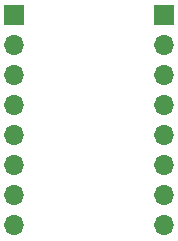
<source format=gbr>
%TF.GenerationSoftware,KiCad,Pcbnew,(5.1.9)-1*%
%TF.CreationDate,2021-09-05T14:58:14+02:00*%
%TF.ProjectId,SOIC-16,534f4943-2d31-4362-9e6b-696361645f70,rev?*%
%TF.SameCoordinates,Original*%
%TF.FileFunction,Soldermask,Bot*%
%TF.FilePolarity,Negative*%
%FSLAX46Y46*%
G04 Gerber Fmt 4.6, Leading zero omitted, Abs format (unit mm)*
G04 Created by KiCad (PCBNEW (5.1.9)-1) date 2021-09-05 14:58:14*
%MOMM*%
%LPD*%
G01*
G04 APERTURE LIST*
%ADD10O,1.700000X1.700000*%
%ADD11R,1.700000X1.700000*%
G04 APERTURE END LIST*
D10*
%TO.C,J2*%
X152400000Y-104140000D03*
X152400000Y-101600000D03*
X152400000Y-99060000D03*
X152400000Y-96520000D03*
X152400000Y-93980000D03*
X152400000Y-91440000D03*
X152400000Y-88900000D03*
D11*
X152400000Y-86360000D03*
%TD*%
D10*
%TO.C,J1*%
X139700000Y-104140000D03*
X139700000Y-101600000D03*
X139700000Y-99060000D03*
X139700000Y-96520000D03*
X139700000Y-93980000D03*
X139700000Y-91440000D03*
X139700000Y-88900000D03*
D11*
X139700000Y-86360000D03*
%TD*%
M02*

</source>
